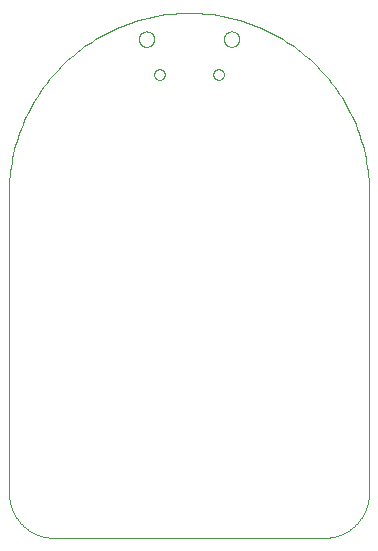
<source format=gbp>
G75*
%MOIN*%
%OFA0B0*%
%FSLAX25Y25*%
%IPPOS*%
%LPD*%
%AMOC8*
5,1,8,0,0,1.08239X$1,22.5*
%
%ADD10C,0.00000*%
D10*
X0004100Y0019100D02*
X0004100Y0119100D01*
X0047368Y0170350D02*
X0047370Y0170451D01*
X0047376Y0170552D01*
X0047386Y0170653D01*
X0047400Y0170753D01*
X0047418Y0170852D01*
X0047440Y0170951D01*
X0047465Y0171049D01*
X0047495Y0171146D01*
X0047528Y0171241D01*
X0047565Y0171335D01*
X0047606Y0171428D01*
X0047650Y0171519D01*
X0047698Y0171608D01*
X0047750Y0171695D01*
X0047805Y0171780D01*
X0047863Y0171862D01*
X0047924Y0171943D01*
X0047989Y0172021D01*
X0048056Y0172096D01*
X0048126Y0172168D01*
X0048200Y0172238D01*
X0048276Y0172305D01*
X0048354Y0172369D01*
X0048435Y0172429D01*
X0048518Y0172486D01*
X0048604Y0172540D01*
X0048692Y0172591D01*
X0048781Y0172638D01*
X0048872Y0172682D01*
X0048965Y0172721D01*
X0049060Y0172758D01*
X0049155Y0172790D01*
X0049252Y0172819D01*
X0049351Y0172843D01*
X0049449Y0172864D01*
X0049549Y0172881D01*
X0049649Y0172894D01*
X0049750Y0172903D01*
X0049851Y0172908D01*
X0049952Y0172909D01*
X0050053Y0172906D01*
X0050154Y0172899D01*
X0050255Y0172888D01*
X0050355Y0172873D01*
X0050454Y0172854D01*
X0050553Y0172831D01*
X0050650Y0172805D01*
X0050747Y0172774D01*
X0050842Y0172740D01*
X0050935Y0172702D01*
X0051028Y0172660D01*
X0051118Y0172615D01*
X0051207Y0172566D01*
X0051293Y0172514D01*
X0051377Y0172458D01*
X0051460Y0172399D01*
X0051539Y0172337D01*
X0051617Y0172272D01*
X0051691Y0172204D01*
X0051763Y0172132D01*
X0051832Y0172059D01*
X0051898Y0171982D01*
X0051961Y0171903D01*
X0052021Y0171821D01*
X0052077Y0171737D01*
X0052130Y0171651D01*
X0052180Y0171563D01*
X0052226Y0171473D01*
X0052269Y0171382D01*
X0052308Y0171288D01*
X0052343Y0171193D01*
X0052374Y0171097D01*
X0052402Y0171000D01*
X0052426Y0170902D01*
X0052446Y0170803D01*
X0052462Y0170703D01*
X0052474Y0170602D01*
X0052482Y0170502D01*
X0052486Y0170401D01*
X0052486Y0170299D01*
X0052482Y0170198D01*
X0052474Y0170098D01*
X0052462Y0169997D01*
X0052446Y0169897D01*
X0052426Y0169798D01*
X0052402Y0169700D01*
X0052374Y0169603D01*
X0052343Y0169507D01*
X0052308Y0169412D01*
X0052269Y0169318D01*
X0052226Y0169227D01*
X0052180Y0169137D01*
X0052130Y0169049D01*
X0052077Y0168963D01*
X0052021Y0168879D01*
X0051961Y0168797D01*
X0051898Y0168718D01*
X0051832Y0168641D01*
X0051763Y0168568D01*
X0051691Y0168496D01*
X0051617Y0168428D01*
X0051539Y0168363D01*
X0051460Y0168301D01*
X0051377Y0168242D01*
X0051293Y0168186D01*
X0051206Y0168134D01*
X0051118Y0168085D01*
X0051028Y0168040D01*
X0050935Y0167998D01*
X0050842Y0167960D01*
X0050747Y0167926D01*
X0050650Y0167895D01*
X0050553Y0167869D01*
X0050454Y0167846D01*
X0050355Y0167827D01*
X0050255Y0167812D01*
X0050154Y0167801D01*
X0050053Y0167794D01*
X0049952Y0167791D01*
X0049851Y0167792D01*
X0049750Y0167797D01*
X0049649Y0167806D01*
X0049549Y0167819D01*
X0049449Y0167836D01*
X0049351Y0167857D01*
X0049252Y0167881D01*
X0049155Y0167910D01*
X0049060Y0167942D01*
X0048965Y0167979D01*
X0048872Y0168018D01*
X0048781Y0168062D01*
X0048692Y0168109D01*
X0048604Y0168160D01*
X0048518Y0168214D01*
X0048435Y0168271D01*
X0048354Y0168331D01*
X0048276Y0168395D01*
X0048200Y0168462D01*
X0048126Y0168532D01*
X0048056Y0168604D01*
X0047989Y0168679D01*
X0047924Y0168757D01*
X0047863Y0168838D01*
X0047805Y0168920D01*
X0047750Y0169005D01*
X0047698Y0169092D01*
X0047650Y0169181D01*
X0047606Y0169272D01*
X0047565Y0169365D01*
X0047528Y0169459D01*
X0047495Y0169554D01*
X0047465Y0169651D01*
X0047440Y0169749D01*
X0047418Y0169848D01*
X0047400Y0169947D01*
X0047386Y0170047D01*
X0047376Y0170148D01*
X0047370Y0170249D01*
X0047368Y0170350D01*
X0052485Y0158539D02*
X0052487Y0158623D01*
X0052493Y0158706D01*
X0052503Y0158789D01*
X0052517Y0158872D01*
X0052534Y0158954D01*
X0052556Y0159035D01*
X0052581Y0159114D01*
X0052610Y0159193D01*
X0052643Y0159270D01*
X0052679Y0159345D01*
X0052719Y0159419D01*
X0052762Y0159491D01*
X0052809Y0159560D01*
X0052859Y0159627D01*
X0052912Y0159692D01*
X0052968Y0159754D01*
X0053026Y0159814D01*
X0053088Y0159871D01*
X0053152Y0159924D01*
X0053219Y0159975D01*
X0053288Y0160022D01*
X0053359Y0160067D01*
X0053432Y0160107D01*
X0053507Y0160144D01*
X0053584Y0160178D01*
X0053662Y0160208D01*
X0053741Y0160234D01*
X0053822Y0160257D01*
X0053904Y0160275D01*
X0053986Y0160290D01*
X0054069Y0160301D01*
X0054152Y0160308D01*
X0054236Y0160311D01*
X0054320Y0160310D01*
X0054403Y0160305D01*
X0054487Y0160296D01*
X0054569Y0160283D01*
X0054651Y0160267D01*
X0054732Y0160246D01*
X0054813Y0160222D01*
X0054891Y0160194D01*
X0054969Y0160162D01*
X0055045Y0160126D01*
X0055119Y0160087D01*
X0055191Y0160045D01*
X0055261Y0159999D01*
X0055329Y0159950D01*
X0055394Y0159898D01*
X0055457Y0159843D01*
X0055517Y0159785D01*
X0055575Y0159724D01*
X0055629Y0159660D01*
X0055681Y0159594D01*
X0055729Y0159526D01*
X0055774Y0159455D01*
X0055815Y0159382D01*
X0055854Y0159308D01*
X0055888Y0159232D01*
X0055919Y0159154D01*
X0055946Y0159075D01*
X0055970Y0158994D01*
X0055989Y0158913D01*
X0056005Y0158831D01*
X0056017Y0158748D01*
X0056025Y0158664D01*
X0056029Y0158581D01*
X0056029Y0158497D01*
X0056025Y0158414D01*
X0056017Y0158330D01*
X0056005Y0158247D01*
X0055989Y0158165D01*
X0055970Y0158084D01*
X0055946Y0158003D01*
X0055919Y0157924D01*
X0055888Y0157846D01*
X0055854Y0157770D01*
X0055815Y0157696D01*
X0055774Y0157623D01*
X0055729Y0157552D01*
X0055681Y0157484D01*
X0055629Y0157418D01*
X0055575Y0157354D01*
X0055517Y0157293D01*
X0055457Y0157235D01*
X0055394Y0157180D01*
X0055329Y0157128D01*
X0055261Y0157079D01*
X0055191Y0157033D01*
X0055119Y0156991D01*
X0055045Y0156952D01*
X0054969Y0156916D01*
X0054891Y0156884D01*
X0054813Y0156856D01*
X0054732Y0156832D01*
X0054651Y0156811D01*
X0054569Y0156795D01*
X0054487Y0156782D01*
X0054403Y0156773D01*
X0054320Y0156768D01*
X0054236Y0156767D01*
X0054152Y0156770D01*
X0054069Y0156777D01*
X0053986Y0156788D01*
X0053904Y0156803D01*
X0053822Y0156821D01*
X0053741Y0156844D01*
X0053662Y0156870D01*
X0053584Y0156900D01*
X0053507Y0156934D01*
X0053432Y0156971D01*
X0053359Y0157011D01*
X0053288Y0157056D01*
X0053219Y0157103D01*
X0053152Y0157154D01*
X0053088Y0157207D01*
X0053026Y0157264D01*
X0052968Y0157324D01*
X0052912Y0157386D01*
X0052859Y0157451D01*
X0052809Y0157518D01*
X0052762Y0157587D01*
X0052719Y0157659D01*
X0052679Y0157733D01*
X0052643Y0157808D01*
X0052610Y0157885D01*
X0052581Y0157964D01*
X0052556Y0158043D01*
X0052534Y0158124D01*
X0052517Y0158206D01*
X0052503Y0158289D01*
X0052493Y0158372D01*
X0052487Y0158455D01*
X0052485Y0158539D01*
X0072171Y0158539D02*
X0072173Y0158623D01*
X0072179Y0158706D01*
X0072189Y0158789D01*
X0072203Y0158872D01*
X0072220Y0158954D01*
X0072242Y0159035D01*
X0072267Y0159114D01*
X0072296Y0159193D01*
X0072329Y0159270D01*
X0072365Y0159345D01*
X0072405Y0159419D01*
X0072448Y0159491D01*
X0072495Y0159560D01*
X0072545Y0159627D01*
X0072598Y0159692D01*
X0072654Y0159754D01*
X0072712Y0159814D01*
X0072774Y0159871D01*
X0072838Y0159924D01*
X0072905Y0159975D01*
X0072974Y0160022D01*
X0073045Y0160067D01*
X0073118Y0160107D01*
X0073193Y0160144D01*
X0073270Y0160178D01*
X0073348Y0160208D01*
X0073427Y0160234D01*
X0073508Y0160257D01*
X0073590Y0160275D01*
X0073672Y0160290D01*
X0073755Y0160301D01*
X0073838Y0160308D01*
X0073922Y0160311D01*
X0074006Y0160310D01*
X0074089Y0160305D01*
X0074173Y0160296D01*
X0074255Y0160283D01*
X0074337Y0160267D01*
X0074418Y0160246D01*
X0074499Y0160222D01*
X0074577Y0160194D01*
X0074655Y0160162D01*
X0074731Y0160126D01*
X0074805Y0160087D01*
X0074877Y0160045D01*
X0074947Y0159999D01*
X0075015Y0159950D01*
X0075080Y0159898D01*
X0075143Y0159843D01*
X0075203Y0159785D01*
X0075261Y0159724D01*
X0075315Y0159660D01*
X0075367Y0159594D01*
X0075415Y0159526D01*
X0075460Y0159455D01*
X0075501Y0159382D01*
X0075540Y0159308D01*
X0075574Y0159232D01*
X0075605Y0159154D01*
X0075632Y0159075D01*
X0075656Y0158994D01*
X0075675Y0158913D01*
X0075691Y0158831D01*
X0075703Y0158748D01*
X0075711Y0158664D01*
X0075715Y0158581D01*
X0075715Y0158497D01*
X0075711Y0158414D01*
X0075703Y0158330D01*
X0075691Y0158247D01*
X0075675Y0158165D01*
X0075656Y0158084D01*
X0075632Y0158003D01*
X0075605Y0157924D01*
X0075574Y0157846D01*
X0075540Y0157770D01*
X0075501Y0157696D01*
X0075460Y0157623D01*
X0075415Y0157552D01*
X0075367Y0157484D01*
X0075315Y0157418D01*
X0075261Y0157354D01*
X0075203Y0157293D01*
X0075143Y0157235D01*
X0075080Y0157180D01*
X0075015Y0157128D01*
X0074947Y0157079D01*
X0074877Y0157033D01*
X0074805Y0156991D01*
X0074731Y0156952D01*
X0074655Y0156916D01*
X0074577Y0156884D01*
X0074499Y0156856D01*
X0074418Y0156832D01*
X0074337Y0156811D01*
X0074255Y0156795D01*
X0074173Y0156782D01*
X0074089Y0156773D01*
X0074006Y0156768D01*
X0073922Y0156767D01*
X0073838Y0156770D01*
X0073755Y0156777D01*
X0073672Y0156788D01*
X0073590Y0156803D01*
X0073508Y0156821D01*
X0073427Y0156844D01*
X0073348Y0156870D01*
X0073270Y0156900D01*
X0073193Y0156934D01*
X0073118Y0156971D01*
X0073045Y0157011D01*
X0072974Y0157056D01*
X0072905Y0157103D01*
X0072838Y0157154D01*
X0072774Y0157207D01*
X0072712Y0157264D01*
X0072654Y0157324D01*
X0072598Y0157386D01*
X0072545Y0157451D01*
X0072495Y0157518D01*
X0072448Y0157587D01*
X0072405Y0157659D01*
X0072365Y0157733D01*
X0072329Y0157808D01*
X0072296Y0157885D01*
X0072267Y0157964D01*
X0072242Y0158043D01*
X0072220Y0158124D01*
X0072203Y0158206D01*
X0072189Y0158289D01*
X0072179Y0158372D01*
X0072173Y0158455D01*
X0072171Y0158539D01*
X0075714Y0170350D02*
X0075716Y0170451D01*
X0075722Y0170552D01*
X0075732Y0170653D01*
X0075746Y0170753D01*
X0075764Y0170852D01*
X0075786Y0170951D01*
X0075811Y0171049D01*
X0075841Y0171146D01*
X0075874Y0171241D01*
X0075911Y0171335D01*
X0075952Y0171428D01*
X0075996Y0171519D01*
X0076044Y0171608D01*
X0076096Y0171695D01*
X0076151Y0171780D01*
X0076209Y0171862D01*
X0076270Y0171943D01*
X0076335Y0172021D01*
X0076402Y0172096D01*
X0076472Y0172168D01*
X0076546Y0172238D01*
X0076622Y0172305D01*
X0076700Y0172369D01*
X0076781Y0172429D01*
X0076864Y0172486D01*
X0076950Y0172540D01*
X0077038Y0172591D01*
X0077127Y0172638D01*
X0077218Y0172682D01*
X0077311Y0172721D01*
X0077406Y0172758D01*
X0077501Y0172790D01*
X0077598Y0172819D01*
X0077697Y0172843D01*
X0077795Y0172864D01*
X0077895Y0172881D01*
X0077995Y0172894D01*
X0078096Y0172903D01*
X0078197Y0172908D01*
X0078298Y0172909D01*
X0078399Y0172906D01*
X0078500Y0172899D01*
X0078601Y0172888D01*
X0078701Y0172873D01*
X0078800Y0172854D01*
X0078899Y0172831D01*
X0078996Y0172805D01*
X0079093Y0172774D01*
X0079188Y0172740D01*
X0079281Y0172702D01*
X0079374Y0172660D01*
X0079464Y0172615D01*
X0079553Y0172566D01*
X0079639Y0172514D01*
X0079723Y0172458D01*
X0079806Y0172399D01*
X0079885Y0172337D01*
X0079963Y0172272D01*
X0080037Y0172204D01*
X0080109Y0172132D01*
X0080178Y0172059D01*
X0080244Y0171982D01*
X0080307Y0171903D01*
X0080367Y0171821D01*
X0080423Y0171737D01*
X0080476Y0171651D01*
X0080526Y0171563D01*
X0080572Y0171473D01*
X0080615Y0171382D01*
X0080654Y0171288D01*
X0080689Y0171193D01*
X0080720Y0171097D01*
X0080748Y0171000D01*
X0080772Y0170902D01*
X0080792Y0170803D01*
X0080808Y0170703D01*
X0080820Y0170602D01*
X0080828Y0170502D01*
X0080832Y0170401D01*
X0080832Y0170299D01*
X0080828Y0170198D01*
X0080820Y0170098D01*
X0080808Y0169997D01*
X0080792Y0169897D01*
X0080772Y0169798D01*
X0080748Y0169700D01*
X0080720Y0169603D01*
X0080689Y0169507D01*
X0080654Y0169412D01*
X0080615Y0169318D01*
X0080572Y0169227D01*
X0080526Y0169137D01*
X0080476Y0169049D01*
X0080423Y0168963D01*
X0080367Y0168879D01*
X0080307Y0168797D01*
X0080244Y0168718D01*
X0080178Y0168641D01*
X0080109Y0168568D01*
X0080037Y0168496D01*
X0079963Y0168428D01*
X0079885Y0168363D01*
X0079806Y0168301D01*
X0079723Y0168242D01*
X0079639Y0168186D01*
X0079552Y0168134D01*
X0079464Y0168085D01*
X0079374Y0168040D01*
X0079281Y0167998D01*
X0079188Y0167960D01*
X0079093Y0167926D01*
X0078996Y0167895D01*
X0078899Y0167869D01*
X0078800Y0167846D01*
X0078701Y0167827D01*
X0078601Y0167812D01*
X0078500Y0167801D01*
X0078399Y0167794D01*
X0078298Y0167791D01*
X0078197Y0167792D01*
X0078096Y0167797D01*
X0077995Y0167806D01*
X0077895Y0167819D01*
X0077795Y0167836D01*
X0077697Y0167857D01*
X0077598Y0167881D01*
X0077501Y0167910D01*
X0077406Y0167942D01*
X0077311Y0167979D01*
X0077218Y0168018D01*
X0077127Y0168062D01*
X0077038Y0168109D01*
X0076950Y0168160D01*
X0076864Y0168214D01*
X0076781Y0168271D01*
X0076700Y0168331D01*
X0076622Y0168395D01*
X0076546Y0168462D01*
X0076472Y0168532D01*
X0076402Y0168604D01*
X0076335Y0168679D01*
X0076270Y0168757D01*
X0076209Y0168838D01*
X0076151Y0168920D01*
X0076096Y0169005D01*
X0076044Y0169092D01*
X0075996Y0169181D01*
X0075952Y0169272D01*
X0075911Y0169365D01*
X0075874Y0169459D01*
X0075841Y0169554D01*
X0075811Y0169651D01*
X0075786Y0169749D01*
X0075764Y0169848D01*
X0075746Y0169947D01*
X0075732Y0170047D01*
X0075722Y0170148D01*
X0075716Y0170249D01*
X0075714Y0170350D01*
X0124100Y0119100D02*
X0124082Y0120561D01*
X0124029Y0122021D01*
X0123940Y0123480D01*
X0123816Y0124936D01*
X0123656Y0126388D01*
X0123461Y0127836D01*
X0123230Y0129279D01*
X0122965Y0130716D01*
X0122665Y0132146D01*
X0122330Y0133568D01*
X0121960Y0134982D01*
X0121556Y0136386D01*
X0121118Y0137780D01*
X0120646Y0139163D01*
X0120141Y0140534D01*
X0119602Y0141892D01*
X0119031Y0143237D01*
X0118427Y0144567D01*
X0117791Y0145883D01*
X0117123Y0147182D01*
X0116423Y0148465D01*
X0115692Y0149730D01*
X0114931Y0150978D01*
X0114140Y0152206D01*
X0113319Y0153415D01*
X0112469Y0154603D01*
X0111590Y0155770D01*
X0110683Y0156916D01*
X0109748Y0158039D01*
X0108786Y0159139D01*
X0107798Y0160215D01*
X0106784Y0161267D01*
X0105744Y0162294D01*
X0104680Y0163295D01*
X0103592Y0164271D01*
X0102480Y0165219D01*
X0101346Y0166140D01*
X0100189Y0167033D01*
X0099012Y0167897D01*
X0097813Y0168733D01*
X0096594Y0169539D01*
X0095356Y0170316D01*
X0094100Y0171062D01*
X0092826Y0171777D01*
X0091535Y0172461D01*
X0090227Y0173113D01*
X0088904Y0173733D01*
X0087566Y0174321D01*
X0086215Y0174876D01*
X0084850Y0175398D01*
X0083473Y0175886D01*
X0082084Y0176341D01*
X0080685Y0176762D01*
X0079276Y0177149D01*
X0077858Y0177501D01*
X0076432Y0177819D01*
X0074998Y0178102D01*
X0073558Y0178350D01*
X0072113Y0178563D01*
X0070662Y0178740D01*
X0069208Y0178882D01*
X0067751Y0178989D01*
X0066291Y0179060D01*
X0064831Y0179096D01*
X0063369Y0179096D01*
X0061909Y0179060D01*
X0060449Y0178989D01*
X0058992Y0178882D01*
X0057538Y0178740D01*
X0056087Y0178563D01*
X0054642Y0178350D01*
X0053202Y0178102D01*
X0051768Y0177819D01*
X0050342Y0177501D01*
X0048924Y0177149D01*
X0047515Y0176762D01*
X0046116Y0176341D01*
X0044727Y0175886D01*
X0043350Y0175398D01*
X0041985Y0174876D01*
X0040634Y0174321D01*
X0039296Y0173733D01*
X0037973Y0173113D01*
X0036665Y0172461D01*
X0035374Y0171777D01*
X0034100Y0171062D01*
X0032844Y0170316D01*
X0031606Y0169539D01*
X0030387Y0168733D01*
X0029188Y0167897D01*
X0028011Y0167033D01*
X0026854Y0166140D01*
X0025720Y0165219D01*
X0024608Y0164271D01*
X0023520Y0163295D01*
X0022456Y0162294D01*
X0021416Y0161267D01*
X0020402Y0160215D01*
X0019414Y0159139D01*
X0018452Y0158039D01*
X0017517Y0156916D01*
X0016610Y0155770D01*
X0015731Y0154603D01*
X0014881Y0153415D01*
X0014060Y0152206D01*
X0013269Y0150978D01*
X0012508Y0149730D01*
X0011777Y0148465D01*
X0011077Y0147182D01*
X0010409Y0145883D01*
X0009773Y0144567D01*
X0009169Y0143237D01*
X0008598Y0141892D01*
X0008059Y0140534D01*
X0007554Y0139163D01*
X0007082Y0137780D01*
X0006644Y0136386D01*
X0006240Y0134982D01*
X0005870Y0133568D01*
X0005535Y0132146D01*
X0005235Y0130716D01*
X0004970Y0129279D01*
X0004739Y0127836D01*
X0004544Y0126388D01*
X0004384Y0124936D01*
X0004260Y0123480D01*
X0004171Y0122021D01*
X0004118Y0120561D01*
X0004100Y0119100D01*
X0004100Y0019100D02*
X0004104Y0018738D01*
X0004118Y0018375D01*
X0004139Y0018013D01*
X0004170Y0017652D01*
X0004209Y0017292D01*
X0004257Y0016933D01*
X0004314Y0016575D01*
X0004379Y0016218D01*
X0004453Y0015863D01*
X0004536Y0015510D01*
X0004627Y0015159D01*
X0004726Y0014811D01*
X0004834Y0014465D01*
X0004950Y0014121D01*
X0005075Y0013781D01*
X0005207Y0013444D01*
X0005348Y0013110D01*
X0005497Y0012779D01*
X0005654Y0012452D01*
X0005818Y0012129D01*
X0005990Y0011810D01*
X0006170Y0011496D01*
X0006358Y0011185D01*
X0006553Y0010880D01*
X0006755Y0010579D01*
X0006965Y0010283D01*
X0007181Y0009993D01*
X0007405Y0009707D01*
X0007635Y0009427D01*
X0007872Y0009153D01*
X0008116Y0008885D01*
X0008366Y0008622D01*
X0008622Y0008366D01*
X0008885Y0008116D01*
X0009153Y0007872D01*
X0009427Y0007635D01*
X0009707Y0007405D01*
X0009993Y0007181D01*
X0010283Y0006965D01*
X0010579Y0006755D01*
X0010880Y0006553D01*
X0011185Y0006358D01*
X0011496Y0006170D01*
X0011810Y0005990D01*
X0012129Y0005818D01*
X0012452Y0005654D01*
X0012779Y0005497D01*
X0013110Y0005348D01*
X0013444Y0005207D01*
X0013781Y0005075D01*
X0014121Y0004950D01*
X0014465Y0004834D01*
X0014811Y0004726D01*
X0015159Y0004627D01*
X0015510Y0004536D01*
X0015863Y0004453D01*
X0016218Y0004379D01*
X0016575Y0004314D01*
X0016933Y0004257D01*
X0017292Y0004209D01*
X0017652Y0004170D01*
X0018013Y0004139D01*
X0018375Y0004118D01*
X0018738Y0004104D01*
X0019100Y0004100D01*
X0109100Y0004100D01*
X0109462Y0004104D01*
X0109825Y0004118D01*
X0110187Y0004139D01*
X0110548Y0004170D01*
X0110908Y0004209D01*
X0111267Y0004257D01*
X0111625Y0004314D01*
X0111982Y0004379D01*
X0112337Y0004453D01*
X0112690Y0004536D01*
X0113041Y0004627D01*
X0113389Y0004726D01*
X0113735Y0004834D01*
X0114079Y0004950D01*
X0114419Y0005075D01*
X0114756Y0005207D01*
X0115090Y0005348D01*
X0115421Y0005497D01*
X0115748Y0005654D01*
X0116071Y0005818D01*
X0116390Y0005990D01*
X0116704Y0006170D01*
X0117015Y0006358D01*
X0117320Y0006553D01*
X0117621Y0006755D01*
X0117917Y0006965D01*
X0118207Y0007181D01*
X0118493Y0007405D01*
X0118773Y0007635D01*
X0119047Y0007872D01*
X0119315Y0008116D01*
X0119578Y0008366D01*
X0119834Y0008622D01*
X0120084Y0008885D01*
X0120328Y0009153D01*
X0120565Y0009427D01*
X0120795Y0009707D01*
X0121019Y0009993D01*
X0121235Y0010283D01*
X0121445Y0010579D01*
X0121647Y0010880D01*
X0121842Y0011185D01*
X0122030Y0011496D01*
X0122210Y0011810D01*
X0122382Y0012129D01*
X0122546Y0012452D01*
X0122703Y0012779D01*
X0122852Y0013110D01*
X0122993Y0013444D01*
X0123125Y0013781D01*
X0123250Y0014121D01*
X0123366Y0014465D01*
X0123474Y0014811D01*
X0123573Y0015159D01*
X0123664Y0015510D01*
X0123747Y0015863D01*
X0123821Y0016218D01*
X0123886Y0016575D01*
X0123943Y0016933D01*
X0123991Y0017292D01*
X0124030Y0017652D01*
X0124061Y0018013D01*
X0124082Y0018375D01*
X0124096Y0018738D01*
X0124100Y0019100D01*
X0124100Y0119100D01*
M02*

</source>
